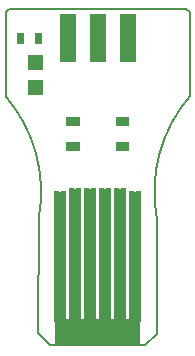
<source format=gbr>
%TF.GenerationSoftware,KiCad,Pcbnew,5.1.6-c6e7f7d~86~ubuntu18.04.1*%
%TF.CreationDate,2020-06-11T10:44:15+02:00*%
%TF.ProjectId,AVR_ISP_With_POGO_Pin,4156525f-4953-4505-9f57-6974685f504f,rev?*%
%TF.SameCoordinates,PX80efd00PY76109c0*%
%TF.FileFunction,Soldermask,Top*%
%TF.FilePolarity,Negative*%
%FSLAX46Y46*%
G04 Gerber Fmt 4.6, Leading zero omitted, Abs format (unit mm)*
G04 Created by KiCad (PCBNEW 5.1.6-c6e7f7d~86~ubuntu18.04.1) date 2020-06-11 10:44:15*
%MOMM*%
%LPD*%
G01*
G04 APERTURE LIST*
%TA.AperFunction,Profile*%
%ADD10C,0.150000*%
%TD*%
%ADD11C,0.350000*%
G04 APERTURE END LIST*
D10*
X2780000Y1020000D02*
X3800000Y0D01*
X2802713Y10749714D02*
X2780000Y1020000D01*
X15600000Y28210000D02*
X15300000Y28500000D01*
X15602763Y21102606D02*
X15600000Y28210000D01*
X300000Y28500000D02*
X0Y28200000D01*
X15300000Y28500000D02*
X300000Y28500000D01*
X15602763Y21102605D02*
G75*
G03*
X12800000Y10800000I9447237J-8102605D01*
G01*
X2802713Y10749714D02*
G75*
G03*
X0Y21100000I-12202713J2250286D01*
G01*
X11800000Y0D02*
X12800000Y1000000D01*
X11800000Y0D02*
X3800000Y0D01*
X12800000Y10800000D02*
X12800000Y1000000D01*
X0Y21100000D02*
X0Y28200000D01*
D11*
G36*
X5795300Y13299599D02*
G01*
X5795780Y13294722D01*
X5797203Y13290032D01*
X5799513Y13285710D01*
X5802622Y13281922D01*
X5806410Y13278813D01*
X5810732Y13276503D01*
X5815422Y13275080D01*
X5820299Y13274600D01*
X5969701Y13274600D01*
X5974578Y13275080D01*
X5979268Y13276503D01*
X5983590Y13278813D01*
X5987378Y13281922D01*
X5990487Y13285710D01*
X5992797Y13290032D01*
X5994220Y13294722D01*
X5994700Y13299599D01*
X5994700Y13314600D01*
X6379500Y13314600D01*
X6379500Y2285599D01*
X6379980Y2280722D01*
X6381403Y2276032D01*
X6383713Y2271710D01*
X6386822Y2267922D01*
X6390610Y2264813D01*
X6394932Y2262503D01*
X6399622Y2261080D01*
X6404499Y2260600D01*
X6655501Y2260600D01*
X6660378Y2261080D01*
X6665068Y2262503D01*
X6669390Y2264813D01*
X6673178Y2267922D01*
X6676287Y2271710D01*
X6678597Y2276032D01*
X6680020Y2280722D01*
X6680500Y2285599D01*
X6680500Y13314600D01*
X7065300Y13314600D01*
X7065300Y13299599D01*
X7065780Y13294722D01*
X7067203Y13290032D01*
X7069513Y13285710D01*
X7072622Y13281922D01*
X7076410Y13278813D01*
X7080732Y13276503D01*
X7085422Y13275080D01*
X7090299Y13274600D01*
X7239701Y13274600D01*
X7244578Y13275080D01*
X7249268Y13276503D01*
X7253590Y13278813D01*
X7257378Y13281922D01*
X7260487Y13285710D01*
X7262797Y13290032D01*
X7264220Y13294722D01*
X7264700Y13299599D01*
X7264700Y13314600D01*
X7649500Y13314600D01*
X7649500Y2285599D01*
X7649980Y2280722D01*
X7651403Y2276032D01*
X7653713Y2271710D01*
X7656822Y2267922D01*
X7660610Y2264813D01*
X7664932Y2262503D01*
X7669622Y2261080D01*
X7674499Y2260600D01*
X7925501Y2260600D01*
X7930378Y2261080D01*
X7935068Y2262503D01*
X7939390Y2264813D01*
X7943178Y2267922D01*
X7946287Y2271710D01*
X7948597Y2276032D01*
X7950020Y2280722D01*
X7950500Y2285599D01*
X7950500Y13314600D01*
X8335300Y13314600D01*
X8335300Y13299599D01*
X8335780Y13294722D01*
X8337203Y13290032D01*
X8339513Y13285710D01*
X8342622Y13281922D01*
X8346410Y13278813D01*
X8350732Y13276503D01*
X8355422Y13275080D01*
X8360299Y13274600D01*
X8509701Y13274600D01*
X8514578Y13275080D01*
X8519268Y13276503D01*
X8523590Y13278813D01*
X8527378Y13281922D01*
X8530487Y13285710D01*
X8532797Y13290032D01*
X8534220Y13294722D01*
X8534700Y13299599D01*
X8534700Y13314600D01*
X8919500Y13314600D01*
X8919500Y2285599D01*
X8919980Y2280722D01*
X8921403Y2276032D01*
X8923713Y2271710D01*
X8926822Y2267922D01*
X8930610Y2264813D01*
X8934932Y2262503D01*
X8939622Y2261080D01*
X8944499Y2260600D01*
X9195501Y2260600D01*
X9200378Y2261080D01*
X9205068Y2262503D01*
X9209390Y2264813D01*
X9213178Y2267922D01*
X9216287Y2271710D01*
X9218597Y2276032D01*
X9220020Y2280722D01*
X9220500Y2285599D01*
X9220500Y13314600D01*
X9605300Y13314600D01*
X9605300Y13299599D01*
X9605780Y13294722D01*
X9607203Y13290032D01*
X9609513Y13285710D01*
X9612622Y13281922D01*
X9616410Y13278813D01*
X9620732Y13276503D01*
X9625422Y13275080D01*
X9630299Y13274600D01*
X9779701Y13274600D01*
X9784578Y13275080D01*
X9789268Y13276503D01*
X9793590Y13278813D01*
X9797378Y13281922D01*
X9800487Y13285710D01*
X9802797Y13290032D01*
X9804220Y13294722D01*
X9804700Y13299599D01*
X9804700Y13314600D01*
X10189500Y13314600D01*
X10189500Y2285599D01*
X10189980Y2280722D01*
X10191403Y2276032D01*
X10193713Y2271710D01*
X10196822Y2267922D01*
X10200610Y2264813D01*
X10204932Y2262503D01*
X10209622Y2261080D01*
X10214499Y2260600D01*
X10465501Y2260600D01*
X10470378Y2261080D01*
X10475068Y2262503D01*
X10479390Y2264813D01*
X10483178Y2267922D01*
X10486287Y2271710D01*
X10488597Y2276032D01*
X10490020Y2280722D01*
X10490500Y2285599D01*
X10490500Y13060600D01*
X10875300Y13060600D01*
X10875300Y13045599D01*
X10875780Y13040722D01*
X10877203Y13036032D01*
X10879513Y13031710D01*
X10882622Y13027922D01*
X10886410Y13024813D01*
X10890732Y13022503D01*
X10895422Y13021080D01*
X10900299Y13020600D01*
X11049701Y13020600D01*
X11054578Y13021080D01*
X11059268Y13022503D01*
X11063590Y13024813D01*
X11067378Y13027922D01*
X11070487Y13031710D01*
X11072797Y13036032D01*
X11074220Y13040722D01*
X11074700Y13045599D01*
X11074700Y13060600D01*
X11459500Y13060600D01*
X11459500Y1980600D01*
X11404199Y1980600D01*
X11399322Y1980120D01*
X11394632Y1978697D01*
X11390310Y1976387D01*
X11386522Y1973278D01*
X11383413Y1969490D01*
X11381103Y1965168D01*
X11379680Y1960478D01*
X11379200Y1955601D01*
X11379200Y0D01*
X4216400Y0D01*
X4216400Y1955601D01*
X4215920Y1960478D01*
X4214497Y1965168D01*
X4212187Y1969490D01*
X4209078Y1973278D01*
X4205290Y1976387D01*
X4200968Y1978697D01*
X4196278Y1980120D01*
X4191401Y1980600D01*
X4140500Y1980600D01*
X4140500Y13060600D01*
X4525300Y13060600D01*
X4525300Y13045599D01*
X4525780Y13040722D01*
X4527203Y13036032D01*
X4529513Y13031710D01*
X4532622Y13027922D01*
X4536410Y13024813D01*
X4540732Y13022503D01*
X4545422Y13021080D01*
X4550299Y13020600D01*
X4699701Y13020600D01*
X4704578Y13021080D01*
X4709268Y13022503D01*
X4713590Y13024813D01*
X4717378Y13027922D01*
X4720487Y13031710D01*
X4722797Y13036032D01*
X4724220Y13040722D01*
X4724700Y13045599D01*
X4724700Y13060600D01*
X5109500Y13060600D01*
X5109500Y2285599D01*
X5109980Y2280722D01*
X5111403Y2276032D01*
X5113713Y2271710D01*
X5116822Y2267922D01*
X5120610Y2264813D01*
X5124932Y2262503D01*
X5129622Y2261080D01*
X5134499Y2260600D01*
X5385501Y2260600D01*
X5390378Y2261080D01*
X5395068Y2262503D01*
X5399390Y2264813D01*
X5403178Y2267922D01*
X5406287Y2271710D01*
X5408597Y2276032D01*
X5410020Y2280722D01*
X5410500Y2285599D01*
X5410500Y13314600D01*
X5795300Y13314600D01*
X5795300Y13299599D01*
G37*
G36*
X6290000Y16460000D02*
G01*
X5160000Y16460000D01*
X5160000Y17190000D01*
X6290000Y17190000D01*
X6290000Y16460000D01*
G37*
G36*
X10440000Y16460000D02*
G01*
X9310000Y16460000D01*
X9310000Y17190000D01*
X10440000Y17190000D01*
X10440000Y16460000D01*
G37*
G36*
X10440000Y18610000D02*
G01*
X9310000Y18610000D01*
X9310000Y19340000D01*
X10440000Y19340000D01*
X10440000Y18610000D01*
G37*
G36*
X6290000Y18610000D02*
G01*
X5160000Y18610000D01*
X5160000Y19340000D01*
X6290000Y19340000D01*
X6290000Y18610000D01*
G37*
G36*
X3139440Y21211540D02*
G01*
X1860560Y21211540D01*
X1860560Y22490420D01*
X3139440Y22490420D01*
X3139440Y21211540D01*
G37*
G36*
X3139440Y23309580D02*
G01*
X1860560Y23309580D01*
X1860560Y24588460D01*
X3139440Y24588460D01*
X3139440Y23309580D01*
G37*
G36*
X11030000Y23960000D02*
G01*
X9650000Y23960000D01*
X9650000Y28040000D01*
X11030000Y28040000D01*
X11030000Y23960000D01*
G37*
G36*
X5950000Y23960000D02*
G01*
X4570000Y23960000D01*
X4570000Y28040000D01*
X5950000Y28040000D01*
X5950000Y23960000D01*
G37*
G36*
X8490000Y23960000D02*
G01*
X7110000Y23960000D01*
X7110000Y28040000D01*
X8490000Y28040000D01*
X8490000Y23960000D01*
G37*
G36*
X3060000Y25510000D02*
G01*
X2480000Y25510000D01*
X2480000Y26490000D01*
X3060000Y26490000D01*
X3060000Y25510000D01*
G37*
G36*
X1560000Y25510000D02*
G01*
X980000Y25510000D01*
X980000Y26490000D01*
X1560000Y26490000D01*
X1560000Y25510000D01*
G37*
M02*

</source>
